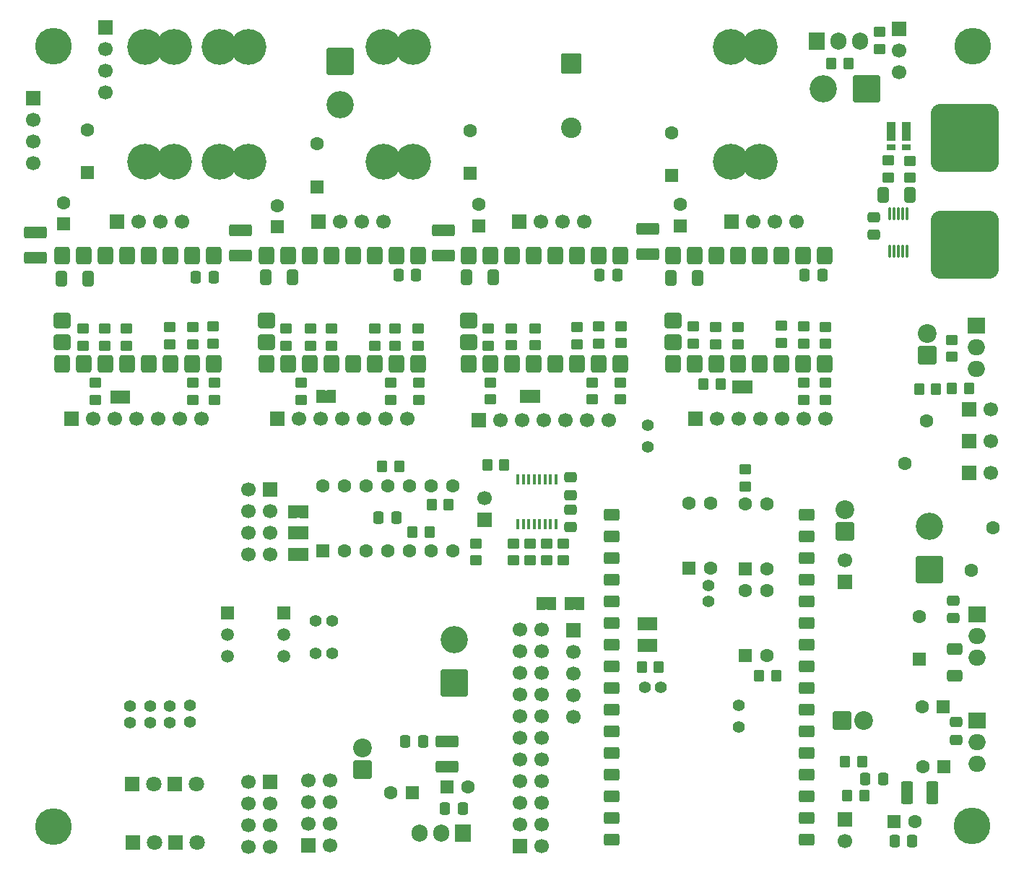
<source format=gbr>
%TF.GenerationSoftware,KiCad,Pcbnew,9.0.2*%
%TF.CreationDate,2025-08-05T21:19:51-07:00*%
%TF.ProjectId,telepresence-bot,74656c65-7072-4657-9365-6e63652d626f,rev?*%
%TF.SameCoordinates,Original*%
%TF.FileFunction,Soldermask,Bot*%
%TF.FilePolarity,Negative*%
%FSLAX46Y46*%
G04 Gerber Fmt 4.6, Leading zero omitted, Abs format (unit mm)*
G04 Created by KiCad (PCBNEW 9.0.2) date 2025-08-05 21:19:51*
%MOMM*%
%LPD*%
G01*
G04 APERTURE LIST*
G04 Aperture macros list*
%AMRoundRect*
0 Rectangle with rounded corners*
0 $1 Rounding radius*
0 $2 $3 $4 $5 $6 $7 $8 $9 X,Y pos of 4 corners*
0 Add a 4 corners polygon primitive as box body*
4,1,4,$2,$3,$4,$5,$6,$7,$8,$9,$2,$3,0*
0 Add four circle primitives for the rounded corners*
1,1,$1+$1,$2,$3*
1,1,$1+$1,$4,$5*
1,1,$1+$1,$6,$7*
1,1,$1+$1,$8,$9*
0 Add four rect primitives between the rounded corners*
20,1,$1+$1,$2,$3,$4,$5,0*
20,1,$1+$1,$4,$5,$6,$7,0*
20,1,$1+$1,$6,$7,$8,$9,0*
20,1,$1+$1,$8,$9,$2,$3,0*%
G04 Aperture macros list end*
%ADD10RoundRect,0.250000X0.550000X-0.550000X0.550000X0.550000X-0.550000X0.550000X-0.550000X-0.550000X0*%
%ADD11C,1.600000*%
%ADD12RoundRect,0.250000X0.450000X-0.350000X0.450000X0.350000X-0.450000X0.350000X-0.450000X-0.350000X0*%
%ADD13C,1.400000*%
%ADD14R,1.000000X1.500000*%
%ADD15O,1.905000X2.000000*%
%ADD16R,1.905000X2.000000*%
%ADD17C,1.700000*%
%ADD18R,1.700000X1.700000*%
%ADD19C,3.200000*%
%ADD20RoundRect,0.250000X1.350000X1.350000X-1.350000X1.350000X-1.350000X-1.350000X1.350000X-1.350000X0*%
%ADD21RoundRect,1.200000X2.800000X-2.800000X2.800000X2.800000X-2.800000X2.800000X-2.800000X-2.800000X0*%
%ADD22C,2.200000*%
%ADD23RoundRect,0.249999X-0.850001X-0.850001X0.850001X-0.850001X0.850001X0.850001X-0.850001X0.850001X0*%
%ADD24RoundRect,0.250000X-1.350000X1.350000X-1.350000X-1.350000X1.350000X-1.350000X1.350000X1.350000X0*%
%ADD25RoundRect,0.233333X0.666667X0.466667X-0.666667X0.466667X-0.666667X-0.466667X0.666667X-0.466667X0*%
%ADD26RoundRect,0.249999X0.850001X-0.850001X0.850001X0.850001X-0.850001X0.850001X-0.850001X-0.850001X0*%
%ADD27RoundRect,0.250000X0.750000X0.650000X-0.750000X0.650000X-0.750000X-0.650000X0.750000X-0.650000X0*%
%ADD28RoundRect,0.250000X0.750000X-0.650000X0.750000X0.650000X-0.750000X0.650000X-0.750000X-0.650000X0*%
%ADD29RoundRect,0.250000X0.650000X-0.750000X0.650000X0.750000X-0.650000X0.750000X-0.650000X-0.750000X0*%
%ADD30RoundRect,0.250000X-0.650000X0.750000X-0.650000X-0.750000X0.650000X-0.750000X0.650000X0.750000X0*%
%ADD31C,2.400000*%
%ADD32RoundRect,0.250001X-0.949999X0.949999X-0.949999X-0.949999X0.949999X-0.949999X0.949999X0.949999X0*%
%ADD33RoundRect,0.250000X0.550000X0.550000X-0.550000X0.550000X-0.550000X-0.550000X0.550000X-0.550000X0*%
%ADD34C,4.200000*%
%ADD35C,1.500000*%
%ADD36R,1.500000X1.500000*%
%ADD37C,4.300000*%
%ADD38C,1.800000*%
%ADD39R,1.800000X1.800000*%
%ADD40RoundRect,0.250000X-0.550000X-0.550000X0.550000X-0.550000X0.550000X0.550000X-0.550000X0.550000X0*%
%ADD41RoundRect,0.250000X1.350000X-1.350000X1.350000X1.350000X-1.350000X1.350000X-1.350000X-1.350000X0*%
%ADD42O,2.000000X1.905000*%
%ADD43R,2.000000X1.905000*%
%ADD44RoundRect,0.250000X0.350000X0.450000X-0.350000X0.450000X-0.350000X-0.450000X0.350000X-0.450000X0*%
%ADD45RoundRect,0.075000X0.075000X-0.650000X0.075000X0.650000X-0.075000X0.650000X-0.075000X-0.650000X0*%
%ADD46RoundRect,0.250000X-0.450000X0.350000X-0.450000X-0.350000X0.450000X-0.350000X0.450000X0.350000X0*%
%ADD47RoundRect,0.250000X-0.350000X-0.450000X0.350000X-0.450000X0.350000X0.450000X-0.350000X0.450000X0*%
%ADD48RoundRect,0.250000X-0.475000X0.337500X-0.475000X-0.337500X0.475000X-0.337500X0.475000X0.337500X0*%
%ADD49RoundRect,0.250000X-0.337500X-0.475000X0.337500X-0.475000X0.337500X0.475000X-0.337500X0.475000X0*%
%ADD50R,1.010000X2.287000*%
%ADD51R,1.010000X0.762000*%
%ADD52RoundRect,0.250001X1.074999X-0.462499X1.074999X0.462499X-1.074999X0.462499X-1.074999X-0.462499X0*%
%ADD53RoundRect,0.250000X-0.412500X-0.650000X0.412500X-0.650000X0.412500X0.650000X-0.412500X0.650000X0*%
%ADD54RoundRect,0.250000X0.337500X0.475000X-0.337500X0.475000X-0.337500X-0.475000X0.337500X-0.475000X0*%
%ADD55RoundRect,0.250000X0.475000X-0.337500X0.475000X0.337500X-0.475000X0.337500X-0.475000X-0.337500X0*%
%ADD56RoundRect,0.250001X0.462499X1.074999X-0.462499X1.074999X-0.462499X-1.074999X0.462499X-1.074999X0*%
%ADD57RoundRect,0.250000X0.412500X0.650000X-0.412500X0.650000X-0.412500X-0.650000X0.412500X-0.650000X0*%
%ADD58RoundRect,0.250000X0.650000X-0.412500X0.650000X0.412500X-0.650000X0.412500X-0.650000X-0.412500X0*%
%ADD59R,0.400000X1.200000*%
G04 APERTURE END LIST*
%TO.C,R56*%
G36*
X72151000Y-58102000D02*
G01*
X72451000Y-58102000D01*
X72451000Y-56602000D01*
X72151000Y-56602000D01*
X72151000Y-58102000D01*
G37*
%TO.C,R61*%
G36*
X24101000Y-58177000D02*
G01*
X24401000Y-58177000D01*
X24401000Y-56677000D01*
X24101000Y-56677000D01*
X24101000Y-58177000D01*
G37*
%TO.C,R60*%
G36*
X48251000Y-58152000D02*
G01*
X48551000Y-58152000D01*
X48551000Y-56652000D01*
X48251000Y-56652000D01*
X48251000Y-58152000D01*
G37*
%TO.C,R58*%
G36*
X97026000Y-57002000D02*
G01*
X97326000Y-57002000D01*
X97326000Y-55502000D01*
X97026000Y-55502000D01*
X97026000Y-57002000D01*
G37*
%TO.C,R9*%
G36*
X85884000Y-84787900D02*
G01*
X86184000Y-84787900D01*
X86184000Y-83287900D01*
X85884000Y-83287900D01*
X85884000Y-84787900D01*
G37*
%TO.C,R5*%
G36*
X74026000Y-82377000D02*
G01*
X74326000Y-82377000D01*
X74326000Y-80877000D01*
X74026000Y-80877000D01*
X74026000Y-82377000D01*
G37*
%TO.C,R35*%
G36*
X45276000Y-72627000D02*
G01*
X44976000Y-72627000D01*
X44976000Y-74127000D01*
X45276000Y-74127000D01*
X45276000Y-72627000D01*
G37*
%TO.C,R32*%
G36*
X45276000Y-75177000D02*
G01*
X44976000Y-75177000D01*
X44976000Y-76677000D01*
X45276000Y-76677000D01*
X45276000Y-75177000D01*
G37*
%TO.C,R4*%
G36*
X86194400Y-85798200D02*
G01*
X85894400Y-85798200D01*
X85894400Y-87298200D01*
X86194400Y-87298200D01*
X86194400Y-85798200D01*
G37*
%TO.C,R34*%
G36*
X45276000Y-70127000D02*
G01*
X44976000Y-70127000D01*
X44976000Y-71627000D01*
X45276000Y-71627000D01*
X45276000Y-70127000D01*
G37*
%TO.C,R6*%
G36*
X77376000Y-82377000D02*
G01*
X77676000Y-82377000D01*
X77676000Y-80877000D01*
X77376000Y-80877000D01*
X77376000Y-82377000D01*
G37*
%TD*%
D10*
%TO.C,C15*%
X66275000Y-37385112D03*
D11*
X66275000Y-34885112D03*
%TD*%
D12*
%TO.C,R25*%
X67672000Y-55738000D03*
X67672000Y-57738000D03*
%TD*%
D13*
%TO.C,R10*%
X85724800Y-91505500D03*
X87624800Y-91505500D03*
%TD*%
D14*
%TO.C,R56*%
X71651000Y-57352000D03*
X72951000Y-57352000D03*
%TD*%
%TO.C,R61*%
X24901000Y-57427000D03*
X23601000Y-57427000D03*
%TD*%
%TO.C,R60*%
X49051000Y-57402000D03*
X47751000Y-57402000D03*
%TD*%
%TO.C,R58*%
X97826000Y-56252000D03*
X96526000Y-56252000D03*
%TD*%
D15*
%TO.C,U11*%
X59330800Y-108602000D03*
X61870800Y-108602000D03*
D16*
X64410800Y-108602000D03*
%TD*%
D17*
%TO.C,J17*%
X57893000Y-60027000D03*
X55353000Y-60027000D03*
X52813000Y-60027000D03*
X50273000Y-60027000D03*
X47733000Y-60027000D03*
X45193000Y-60027000D03*
D18*
X42653000Y-60027000D03*
%TD*%
D19*
%TO.C,D5*%
X106636000Y-21277000D03*
D20*
X111716000Y-21277000D03*
%TD*%
D21*
%TO.C,J4*%
X123276000Y-27077000D03*
X123276000Y-39577000D03*
%TD*%
D17*
%TO.C,J11*%
X77347200Y-94930200D03*
X77347200Y-92390200D03*
X77347200Y-89850200D03*
X77347200Y-87310200D03*
D18*
X77347200Y-84770200D03*
%TD*%
D17*
%TO.C,J2*%
X126318400Y-58913000D03*
D18*
X123778400Y-58913000D03*
%TD*%
D13*
%TO.C,R41*%
X96726000Y-93607000D03*
X96726000Y-96147000D03*
%TD*%
D22*
%TO.C,D1*%
X111451000Y-95352000D03*
D23*
X108911000Y-95352000D03*
%TD*%
D19*
%TO.C,D8*%
X49986000Y-23177000D03*
D24*
X49986000Y-18097000D03*
%TD*%
D25*
%TO.C,U1*%
X104686000Y-109377000D03*
X104686000Y-106837000D03*
X104686000Y-104297000D03*
X104686000Y-101757000D03*
X104686000Y-99217000D03*
X104686000Y-96677000D03*
X104686000Y-94137000D03*
X104686000Y-91597000D03*
X104686000Y-89057000D03*
X104686000Y-86517000D03*
X104686000Y-83977000D03*
X104686000Y-81437000D03*
X104686000Y-78897000D03*
X104686000Y-76357000D03*
X104686000Y-73817000D03*
X104686000Y-71277000D03*
X81826000Y-109377000D03*
X81826000Y-106837000D03*
X81826000Y-104297000D03*
X81826000Y-101757000D03*
X81826000Y-99217000D03*
X81826000Y-96677000D03*
X81826000Y-94137000D03*
X81826000Y-91597000D03*
X81826000Y-89057000D03*
X81826000Y-86517000D03*
X81826000Y-83977000D03*
X81826000Y-81437000D03*
X81826000Y-78897000D03*
X81826000Y-76357000D03*
X81826000Y-73817000D03*
X81826000Y-71277000D03*
%TD*%
D22*
%TO.C,D4*%
X118850800Y-50023000D03*
D26*
X118850800Y-52563000D03*
%TD*%
D27*
%TO.C,U13*%
X89045000Y-48497000D03*
D28*
X89045000Y-51037000D03*
D29*
X106825000Y-40877000D03*
X104285000Y-40877000D03*
X101745000Y-40877000D03*
X99205000Y-40877000D03*
X96665000Y-40877000D03*
X94125000Y-40877000D03*
X91585000Y-40877000D03*
X89045000Y-40877000D03*
D30*
X106825000Y-53577000D03*
X104285000Y-53577000D03*
X101745000Y-53577000D03*
X99205000Y-53577000D03*
X96665000Y-53577000D03*
X94125000Y-53577000D03*
X91585000Y-53577000D03*
X89045000Y-53577000D03*
%TD*%
D31*
%TO.C,C17*%
X77126000Y-25877000D03*
D32*
X77126000Y-18377000D03*
%TD*%
D27*
%TO.C,U15*%
X17465000Y-48497000D03*
D28*
X17465000Y-51037000D03*
D29*
X35245000Y-40877000D03*
X32705000Y-40877000D03*
X30165000Y-40877000D03*
X27625000Y-40877000D03*
X25085000Y-40877000D03*
X22545000Y-40877000D03*
X20005000Y-40877000D03*
X17465000Y-40877000D03*
D30*
X35245000Y-53577000D03*
X32705000Y-53577000D03*
X30165000Y-53577000D03*
X27625000Y-53577000D03*
X25085000Y-53577000D03*
X22545000Y-53577000D03*
X20005000Y-53577000D03*
X17465000Y-53577000D03*
%TD*%
D11*
%TO.C,C5*%
X118241200Y-93812600D03*
D33*
X120741200Y-93812600D03*
%TD*%
D13*
%TO.C,R2*%
X27726000Y-95627000D03*
X27726000Y-93727000D03*
%TD*%
D34*
%TO.C,F6*%
X95817000Y-29834000D03*
X99217000Y-29834000D03*
X95817000Y-16364000D03*
X99217000Y-16364000D03*
%TD*%
D11*
%TO.C,U12*%
X90886000Y-69887000D03*
X93426000Y-69887000D03*
X93426000Y-77507000D03*
D10*
X90886000Y-77507000D03*
%TD*%
D35*
%TO.C,Q3*%
X43426000Y-87877000D03*
X43426000Y-85337000D03*
D36*
X43426000Y-82797000D03*
%TD*%
D37*
%TO.C,H2*%
X124076000Y-107777000D03*
%TD*%
D17*
%TO.C,J8*%
X22476000Y-21747000D03*
X22476000Y-19207000D03*
X22476000Y-16667000D03*
D18*
X22476000Y-14127000D03*
%TD*%
D35*
%TO.C,Q4*%
X36816000Y-87867000D03*
X36816000Y-85327000D03*
D36*
X36816000Y-82787000D03*
%TD*%
D13*
%TO.C,R64*%
X32426000Y-93632000D03*
X32426000Y-95532000D03*
%TD*%
D34*
%TO.C,F7*%
X39273000Y-16364000D03*
X35873000Y-16364000D03*
X39273000Y-29834000D03*
X35873000Y-29834000D03*
%TD*%
D11*
%TO.C,U9*%
X48035600Y-67853800D03*
X50575600Y-67853800D03*
X53115600Y-67853800D03*
X55655600Y-67853800D03*
X58195600Y-67853800D03*
X60735600Y-67853800D03*
X63275600Y-67853800D03*
X63275600Y-75473800D03*
X60735600Y-75473800D03*
X58195600Y-75473800D03*
X55655600Y-75473800D03*
X53115600Y-75473800D03*
X50575600Y-75473800D03*
D10*
X48035600Y-75473800D03*
%TD*%
D17*
%TO.C,J3*%
X126313400Y-66380600D03*
D18*
X123773400Y-66380600D03*
%TD*%
D17*
%TO.C,J15*%
X106885000Y-60027000D03*
X104345000Y-60027000D03*
X101805000Y-60027000D03*
X99265000Y-60027000D03*
X96725000Y-60027000D03*
X94185000Y-60027000D03*
D18*
X91645000Y-60027000D03*
%TD*%
D17*
%TO.C,JP2*%
X109201000Y-76587000D03*
D18*
X109201000Y-79127000D03*
%TD*%
D17*
%TO.C,J9*%
X115599600Y-19339800D03*
X115599600Y-16799800D03*
D18*
X115599600Y-14259800D03*
%TD*%
D27*
%TO.C,U7*%
X65075000Y-48497000D03*
D28*
X65075000Y-51037000D03*
D29*
X82855000Y-40877000D03*
X80315000Y-40877000D03*
X77775000Y-40877000D03*
X75235000Y-40877000D03*
X72695000Y-40877000D03*
X70155000Y-40877000D03*
X67615000Y-40877000D03*
X65075000Y-40877000D03*
D30*
X82855000Y-53577000D03*
X80315000Y-53577000D03*
X77775000Y-53577000D03*
X75235000Y-53577000D03*
X72695000Y-53577000D03*
X70155000Y-53577000D03*
X67615000Y-53577000D03*
X65075000Y-53577000D03*
%TD*%
D17*
%TO.C,J20*%
X31475000Y-36877000D03*
X28935000Y-36877000D03*
X26395000Y-36877000D03*
D18*
X23855000Y-36877000D03*
%TD*%
D34*
%TO.C,F4*%
X58545000Y-16364000D03*
X55145000Y-16364000D03*
X58545000Y-29834000D03*
X55145000Y-29834000D03*
%TD*%
D11*
%TO.C,C30*%
X88876000Y-26470651D03*
D10*
X88876000Y-31470651D03*
%TD*%
D11*
%TO.C,C3*%
X118342800Y-100772200D03*
D33*
X120842800Y-100772200D03*
%TD*%
D13*
%TO.C,R14*%
X47181000Y-83677000D03*
X49081000Y-83677000D03*
%TD*%
D22*
%TO.C,D7*%
X52676000Y-98627000D03*
D26*
X52676000Y-101167000D03*
%TD*%
D38*
%TO.C,D2*%
X28186000Y-102827000D03*
D39*
X25646000Y-102827000D03*
%TD*%
D17*
%TO.C,J16*%
X103495000Y-36877000D03*
X100955000Y-36877000D03*
X98415000Y-36877000D03*
D18*
X95875000Y-36877000D03*
%TD*%
D38*
%TO.C,D11*%
X33166000Y-102827000D03*
D39*
X30626000Y-102827000D03*
%TD*%
D22*
%TO.C,D6*%
X109226000Y-70639183D03*
D26*
X109226000Y-73179183D03*
%TD*%
D11*
%TO.C,C1*%
X117901000Y-83227000D03*
D10*
X117901000Y-88227000D03*
%TD*%
D13*
%TO.C,R70*%
X30076000Y-95622000D03*
X30076000Y-93722000D03*
%TD*%
%TO.C,R15*%
X47181000Y-87527000D03*
X49081000Y-87527000D03*
%TD*%
D38*
%TO.C,D10*%
X33266000Y-109677000D03*
D39*
X30726000Y-109677000D03*
%TD*%
D13*
%TO.C,R48*%
X93176000Y-79532000D03*
X93176000Y-81432000D03*
%TD*%
D17*
%TO.C,J12*%
X14076000Y-30047000D03*
X14076000Y-27507000D03*
X14076000Y-24967000D03*
D18*
X14076000Y-22427000D03*
%TD*%
D37*
%TO.C,H3*%
X16376000Y-16277000D03*
%TD*%
D17*
%TO.C,J13*%
X39236000Y-75927000D03*
X41776000Y-75927000D03*
X39236000Y-73387000D03*
X41776000Y-73387000D03*
X39236000Y-70847000D03*
X41776000Y-70847000D03*
X39236000Y-68307000D03*
D18*
X41776000Y-68307000D03*
%TD*%
D11*
%TO.C,C7*%
X117428400Y-107223800D03*
D40*
X114928400Y-107223800D03*
%TD*%
D17*
%TO.C,JP1*%
X109201000Y-109517000D03*
D18*
X109201000Y-106977000D03*
%TD*%
D17*
%TO.C,J19*%
X33763000Y-60027000D03*
X31223000Y-60027000D03*
X28683000Y-60027000D03*
X26143000Y-60027000D03*
X23603000Y-60027000D03*
X21063000Y-60027000D03*
D18*
X18523000Y-60027000D03*
%TD*%
D13*
%TO.C,R47*%
X86084800Y-63331800D03*
X86084800Y-60791800D03*
%TD*%
D11*
%TO.C,U4*%
X97526000Y-80107000D03*
X100066000Y-80107000D03*
X100066000Y-87727000D03*
D10*
X97526000Y-87727000D03*
%TD*%
D19*
%TO.C,D12*%
X119076000Y-72612000D03*
D41*
X119076000Y-77692000D03*
%TD*%
D19*
%TO.C,D9*%
X63426000Y-85927000D03*
D41*
X63426000Y-91007000D03*
%TD*%
D11*
%TO.C,C37*%
X17634000Y-34656000D03*
D10*
X17634000Y-37156000D03*
%TD*%
D11*
%TO.C,C24*%
X55978000Y-103823218D03*
D33*
X58478000Y-103823218D03*
%TD*%
D11*
%TO.C,F2*%
X124026000Y-77777000D03*
X126526000Y-72777000D03*
%TD*%
D17*
%TO.C,J10*%
X66951000Y-69337000D03*
D18*
X66951000Y-71877000D03*
%TD*%
D38*
%TO.C,D3*%
X28286000Y-109677000D03*
D39*
X25746000Y-109677000D03*
%TD*%
D11*
%TO.C,C34*%
X47276000Y-27777000D03*
D10*
X47276000Y-32777000D03*
%TD*%
D17*
%TO.C,J14*%
X48816000Y-102447000D03*
X46276000Y-102447000D03*
X48816000Y-104987000D03*
X46276000Y-104987000D03*
X48816000Y-107527000D03*
X46276000Y-107527000D03*
X48816000Y-110067000D03*
D18*
X46276000Y-110067000D03*
%TD*%
D34*
%TO.C,F8*%
X30576000Y-16364000D03*
X27176000Y-16364000D03*
X30576000Y-29834000D03*
X27176000Y-29834000D03*
%TD*%
D11*
%TO.C,F1*%
X116276000Y-65273800D03*
X118776000Y-60273800D03*
%TD*%
D42*
%TO.C,U2*%
X124708000Y-88021400D03*
X124708000Y-85481400D03*
D43*
X124708000Y-82941400D03*
%TD*%
D11*
%TO.C,C38*%
X20376000Y-26089651D03*
D10*
X20376000Y-31089651D03*
%TD*%
D11*
%TO.C,C29*%
X89872112Y-34885112D03*
D10*
X89872112Y-37385112D03*
%TD*%
D11*
%TO.C,C16*%
X65226000Y-26216651D03*
D10*
X65226000Y-31216651D03*
%TD*%
D27*
%TO.C,U14*%
X41425000Y-48497000D03*
D28*
X41425000Y-51037000D03*
D29*
X59205000Y-40877000D03*
X56665000Y-40877000D03*
X54125000Y-40877000D03*
X51585000Y-40877000D03*
X49045000Y-40877000D03*
X46505000Y-40877000D03*
X43965000Y-40877000D03*
X41425000Y-40877000D03*
D30*
X59205000Y-53577000D03*
X56665000Y-53577000D03*
X54125000Y-53577000D03*
X51585000Y-53577000D03*
X49045000Y-53577000D03*
X46505000Y-53577000D03*
X43965000Y-53577000D03*
X41425000Y-53577000D03*
%TD*%
D17*
%TO.C,J1*%
X39236000Y-110207000D03*
X41776000Y-110207000D03*
X39236000Y-107667000D03*
X41776000Y-107667000D03*
X39236000Y-105127000D03*
X41776000Y-105127000D03*
X39236000Y-102587000D03*
D18*
X41776000Y-102587000D03*
%TD*%
D42*
%TO.C,U3*%
X124708000Y-100467400D03*
X124708000Y-97927400D03*
D43*
X124708000Y-95387400D03*
%TD*%
D11*
%TO.C,C33*%
X42653000Y-35012112D03*
D10*
X42653000Y-37512112D03*
%TD*%
D17*
%TO.C,J6*%
X81495000Y-60127000D03*
X78955000Y-60127000D03*
X76415000Y-60127000D03*
X73875000Y-60127000D03*
X71335000Y-60127000D03*
X68795000Y-60127000D03*
D18*
X66255000Y-60127000D03*
%TD*%
D11*
%TO.C,C11*%
X65020400Y-103213618D03*
D40*
X62520400Y-103213618D03*
%TD*%
D15*
%TO.C,Q2*%
X110976800Y-15682200D03*
X108436800Y-15682200D03*
D16*
X105896800Y-15682200D03*
%TD*%
D17*
%TO.C,J7*%
X78665000Y-36877000D03*
X76125000Y-36877000D03*
X73585000Y-36877000D03*
D18*
X71045000Y-36877000D03*
%TD*%
D17*
%TO.C,J5*%
X126338400Y-62647200D03*
D18*
X123798400Y-62647200D03*
%TD*%
D42*
%TO.C,Q1*%
X124606400Y-54188600D03*
X124606400Y-51648600D03*
D43*
X124606400Y-49108600D03*
%TD*%
D11*
%TO.C,U8*%
X97551000Y-70012000D03*
X100091000Y-70012000D03*
X100091000Y-77632000D03*
D10*
X97551000Y-77632000D03*
%TD*%
D17*
%TO.C,U16*%
X73638800Y-84719400D03*
X71098800Y-84719400D03*
X73638800Y-87259400D03*
X71098800Y-87259400D03*
X73638800Y-89799400D03*
X71098800Y-89799400D03*
X73638800Y-92339400D03*
X71098800Y-92339400D03*
X73638800Y-94879400D03*
X71098800Y-94879400D03*
X73638800Y-97419400D03*
X71098800Y-97419400D03*
X73638800Y-99959400D03*
X71098800Y-99959400D03*
X73638800Y-102499400D03*
X71098800Y-102499400D03*
X73638800Y-105039400D03*
X71098800Y-105039400D03*
X73638800Y-107579400D03*
X71098800Y-107579400D03*
X73638800Y-110119400D03*
D18*
X71098800Y-110119400D03*
%TD*%
D13*
%TO.C,R3*%
X25376000Y-95622000D03*
X25376000Y-93722000D03*
%TD*%
D37*
%TO.C,H4*%
X16376000Y-107827000D03*
%TD*%
%TO.C,H1*%
X124226000Y-16277000D03*
%TD*%
D17*
%TO.C,J18*%
X55099000Y-36877000D03*
X52559000Y-36877000D03*
X50019000Y-36877000D03*
D18*
X47479000Y-36877000D03*
%TD*%
D44*
%TO.C,R51*%
X92626000Y-55927000D03*
X94626000Y-55927000D03*
%TD*%
D45*
%TO.C,U6*%
X116476000Y-35927000D03*
X115976000Y-35927000D03*
X115476000Y-35927000D03*
X114976000Y-35927000D03*
X114476000Y-35927000D03*
X114476000Y-40327000D03*
X114976000Y-40327000D03*
X115476000Y-40327000D03*
X115976000Y-40327000D03*
X116476000Y-40327000D03*
%TD*%
D46*
%TO.C,R93*%
X35160000Y-51150000D03*
X35160000Y-49150000D03*
%TD*%
D47*
%TO.C,R7*%
X87389600Y-89139000D03*
X85389600Y-89139000D03*
%TD*%
D46*
%TO.C,R49*%
X54083000Y-51404000D03*
X54083000Y-49404000D03*
%TD*%
%TO.C,R92*%
X32747000Y-51277000D03*
X32747000Y-49277000D03*
%TD*%
D47*
%TO.C,R44*%
X62751600Y-70089000D03*
X60751600Y-70089000D03*
%TD*%
D44*
%TO.C,R43*%
X67276000Y-65427000D03*
X69276000Y-65427000D03*
%TD*%
D12*
%TO.C,R18*%
X76176000Y-74627000D03*
X76176000Y-76627000D03*
%TD*%
D46*
%TO.C,R29*%
X101745000Y-51077000D03*
X101745000Y-49077000D03*
%TD*%
D48*
%TO.C,C21*%
X77042400Y-68942100D03*
X77042400Y-66867100D03*
%TD*%
D12*
%TO.C,R20*%
X72276000Y-74627000D03*
X72276000Y-76627000D03*
%TD*%
D46*
%TO.C,R69*%
X49003000Y-51404000D03*
X49003000Y-49404000D03*
%TD*%
D12*
%TO.C,R19*%
X74276000Y-74627000D03*
X74276000Y-76627000D03*
%TD*%
D49*
%TO.C,C25*%
X64381500Y-105753618D03*
X62306500Y-105753618D03*
%TD*%
D46*
%TO.C,R39*%
X97526000Y-67927000D03*
X97526000Y-65927000D03*
%TD*%
D12*
%TO.C,R89*%
X35287000Y-55754000D03*
X35287000Y-57754000D03*
%TD*%
D50*
%TO.C,R22*%
X116426000Y-26277000D03*
D51*
X116426000Y-28182500D03*
X114656000Y-28182500D03*
D50*
X114656000Y-26276500D03*
%TD*%
D47*
%TO.C,R11*%
X119917600Y-56525400D03*
X117917600Y-56525400D03*
%TD*%
D12*
%TO.C,R81*%
X21317000Y-55754000D03*
X21317000Y-57754000D03*
%TD*%
D14*
%TO.C,R9*%
X86684000Y-84037900D03*
X85384000Y-84037900D03*
%TD*%
D46*
%TO.C,R23*%
X77795000Y-51277000D03*
X77795000Y-49277000D03*
%TD*%
D44*
%TO.C,R38*%
X107640000Y-18374600D03*
X109640000Y-18374600D03*
%TD*%
D46*
%TO.C,R24*%
X67395000Y-51404000D03*
X67395000Y-49404000D03*
%TD*%
%TO.C,R77*%
X56496000Y-51404000D03*
X56496000Y-49404000D03*
%TD*%
%TO.C,R36*%
X80295000Y-51177000D03*
X80295000Y-49177000D03*
%TD*%
D52*
%TO.C,FB2*%
X62582000Y-97865318D03*
X62582000Y-100840318D03*
%TD*%
D46*
%TO.C,R52*%
X94045000Y-51277000D03*
X94045000Y-49277000D03*
%TD*%
D53*
%TO.C,C36*%
X20466500Y-43546000D03*
X17341500Y-43546000D03*
%TD*%
D12*
%TO.C,R94*%
X65976000Y-74627000D03*
X65976000Y-76627000D03*
%TD*%
D54*
%TO.C,C26*%
X57654400Y-97879618D03*
X59729400Y-97879618D03*
%TD*%
D46*
%TO.C,R78*%
X59163000Y-51404000D03*
X59163000Y-49404000D03*
%TD*%
%TO.C,R65*%
X43669000Y-51404000D03*
X43669000Y-49404000D03*
%TD*%
D52*
%TO.C,L4*%
X38335000Y-37867500D03*
X38335000Y-40842500D03*
%TD*%
D46*
%TO.C,R82*%
X22460000Y-51404000D03*
X22460000Y-49404000D03*
%TD*%
D54*
%TO.C,C12*%
X111615700Y-102245400D03*
X113690700Y-102245400D03*
%TD*%
D14*
%TO.C,R5*%
X74826000Y-81627000D03*
X73526000Y-81627000D03*
%TD*%
D46*
%TO.C,R50*%
X91445000Y-51177000D03*
X91445000Y-49177000D03*
%TD*%
D55*
%TO.C,C4*%
X122276000Y-95589500D03*
X122276000Y-97664500D03*
%TD*%
D49*
%TO.C,C6*%
X117094300Y-109560600D03*
X115019300Y-109560600D03*
%TD*%
D12*
%TO.C,R66*%
X45447000Y-55754000D03*
X45447000Y-57754000D03*
%TD*%
D54*
%TO.C,C13*%
X80457500Y-43177000D03*
X82532500Y-43177000D03*
%TD*%
D55*
%TO.C,C8*%
X121949600Y-81315800D03*
X121949600Y-83390800D03*
%TD*%
D48*
%TO.C,C9*%
X112626000Y-38414500D03*
X112626000Y-36339500D03*
%TD*%
D12*
%TO.C,R8*%
X121746400Y-50750200D03*
X121746400Y-52750200D03*
%TD*%
D14*
%TO.C,R35*%
X44476000Y-73377000D03*
X45776000Y-73377000D03*
%TD*%
D47*
%TO.C,R17*%
X111214800Y-100213400D03*
X109214800Y-100213400D03*
%TD*%
D12*
%TO.C,R59*%
X106915000Y-55754000D03*
X106915000Y-57754000D03*
%TD*%
D46*
%TO.C,R37*%
X82945000Y-51127000D03*
X82945000Y-49127000D03*
%TD*%
D47*
%TO.C,R13*%
X123762400Y-56474600D03*
X121762400Y-56474600D03*
%TD*%
D56*
%TO.C,FB1*%
X116499700Y-103820200D03*
X119474700Y-103820200D03*
%TD*%
D53*
%TO.C,C28*%
X91907500Y-43477000D03*
X88782500Y-43477000D03*
%TD*%
D49*
%TO.C,C22*%
X56591500Y-71613000D03*
X54516500Y-71613000D03*
%TD*%
D46*
%TO.C,R26*%
X70085000Y-51377000D03*
X70085000Y-49377000D03*
%TD*%
D14*
%TO.C,R32*%
X44476000Y-75927000D03*
X45776000Y-75927000D03*
%TD*%
D47*
%TO.C,R45*%
X56960400Y-65567800D03*
X54960400Y-65567800D03*
%TD*%
D53*
%TO.C,C32*%
X44469500Y-43419000D03*
X41344500Y-43419000D03*
%TD*%
D14*
%TO.C,R4*%
X85394400Y-86548200D03*
X86694400Y-86548200D03*
%TD*%
D46*
%TO.C,R55*%
X30080000Y-51277000D03*
X30080000Y-49277000D03*
%TD*%
%TO.C,R80*%
X19920000Y-51404000D03*
X19920000Y-49404000D03*
%TD*%
D12*
%TO.C,R74*%
X59290000Y-55754000D03*
X59290000Y-57754000D03*
%TD*%
D46*
%TO.C,R62*%
X104395000Y-51177000D03*
X104395000Y-49177000D03*
%TD*%
D57*
%TO.C,C10*%
X113663500Y-33727000D03*
X116788500Y-33727000D03*
%TD*%
D46*
%TO.C,R40*%
X113313600Y-16631400D03*
X113313600Y-14631400D03*
%TD*%
D12*
%TO.C,R31*%
X79545000Y-55727000D03*
X79545000Y-57727000D03*
%TD*%
D14*
%TO.C,R34*%
X44476000Y-70877000D03*
X45776000Y-70877000D03*
%TD*%
D44*
%TO.C,R42*%
X58500400Y-73289400D03*
X60500400Y-73289400D03*
%TD*%
D12*
%TO.C,R33*%
X82845000Y-55727000D03*
X82845000Y-57727000D03*
%TD*%
%TO.C,R12*%
X116841000Y-29727000D03*
X116841000Y-31727000D03*
%TD*%
%TO.C,R87*%
X32747000Y-55754000D03*
X32747000Y-57754000D03*
%TD*%
D53*
%TO.C,C14*%
X67970000Y-43377000D03*
X64845000Y-43377000D03*
%TD*%
D12*
%TO.C,R21*%
X70376000Y-74627000D03*
X70376000Y-76627000D03*
%TD*%
D52*
%TO.C,L3*%
X86095000Y-37739500D03*
X86095000Y-40714500D03*
%TD*%
%TO.C,L5*%
X14332000Y-38158000D03*
X14332000Y-41133000D03*
%TD*%
D58*
%TO.C,C2*%
X122051200Y-87017700D03*
X122051200Y-90142700D03*
%TD*%
D46*
%TO.C,R67*%
X46590000Y-51404000D03*
X46590000Y-49404000D03*
%TD*%
D47*
%TO.C,R16*%
X111468800Y-104226600D03*
X109468800Y-104226600D03*
%TD*%
D12*
%TO.C,R30*%
X114276000Y-29677000D03*
X114276000Y-31677000D03*
%TD*%
D46*
%TO.C,R54*%
X96645000Y-51277000D03*
X96645000Y-49277000D03*
%TD*%
%TO.C,R84*%
X25000000Y-51404000D03*
X25000000Y-49404000D03*
%TD*%
D52*
%TO.C,L1*%
X62095000Y-37889500D03*
X62095000Y-40864500D03*
%TD*%
D48*
%TO.C,C20*%
X77042400Y-72701300D03*
X77042400Y-70626300D03*
%TD*%
D12*
%TO.C,R72*%
X55988000Y-55754000D03*
X55988000Y-57754000D03*
%TD*%
%TO.C,R57*%
X104375000Y-55754000D03*
X104375000Y-57754000D03*
%TD*%
D54*
%TO.C,C27*%
X104507500Y-43177000D03*
X106582500Y-43177000D03*
%TD*%
D46*
%TO.C,R28*%
X72845000Y-51377000D03*
X72845000Y-49377000D03*
%TD*%
D14*
%TO.C,R6*%
X78176000Y-81627000D03*
X76876000Y-81627000D03*
%TD*%
D47*
%TO.C,R1*%
X101126000Y-90127000D03*
X99126000Y-90127000D03*
%TD*%
D54*
%TO.C,C35*%
X33106500Y-43419000D03*
X35181500Y-43419000D03*
%TD*%
D46*
%TO.C,R63*%
X106945000Y-51227000D03*
X106945000Y-49227000D03*
%TD*%
D54*
%TO.C,C31*%
X56855500Y-43165000D03*
X58930500Y-43165000D03*
%TD*%
D59*
%TO.C,U10*%
X75322400Y-67133400D03*
X74687400Y-67133400D03*
X74052400Y-67133400D03*
X73417400Y-67133400D03*
X72782400Y-67133400D03*
X72147400Y-67133400D03*
X71512400Y-67133400D03*
X70877400Y-67133400D03*
X70877400Y-72333400D03*
X71512400Y-72333400D03*
X72147400Y-72333400D03*
X72782400Y-72333400D03*
X73417400Y-72333400D03*
X74052400Y-72333400D03*
X74687400Y-72333400D03*
X75322400Y-72333400D03*
%TD*%
M02*

</source>
